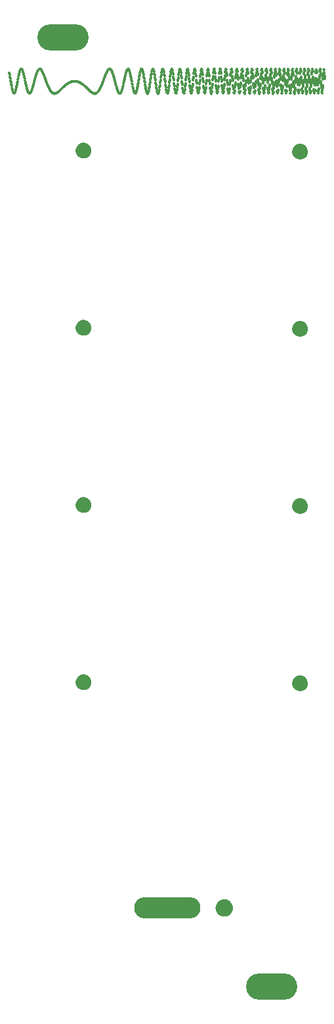
<source format=gts>
G04 Layer: TopSolderMaskLayer*
G04 EasyEDA v6.5.29, 2023-07-18 11:26:45*
G04 93ed5b14ed274c0ea8102e9f6fabb942,5a6b42c53f6a479593ecc07194224c93,10*
G04 Gerber Generator version 0.2*
G04 Scale: 100 percent, Rotated: No, Reflected: No *
G04 Dimensions in millimeters *
G04 leading zeros omitted , absolute positions ,4 integer and 5 decimal *
%FSLAX45Y45*%
%MOMM*%

%ADD10C,0.3556*%
%ADD11O,6.6032126X3.4031936000000003*%
%ADD12O,8.543188400000002X2.7631898*%

%LPD*%
G36*
X952601Y11214100D02*
G01*
X943508Y11213693D01*
X934466Y11212474D01*
X925576Y11210442D01*
X916889Y11207597D01*
X908507Y11204041D01*
X900480Y11199723D01*
X892860Y11194694D01*
X885748Y11189004D01*
X879144Y11182705D01*
X873150Y11175847D01*
X867816Y11168481D01*
X863142Y11160658D01*
X859180Y11152428D01*
X857453Y11148212D01*
X854659Y11139525D01*
X852627Y11130635D01*
X851408Y11121593D01*
X851001Y11112500D01*
X851408Y11103406D01*
X852627Y11094364D01*
X854659Y11085474D01*
X857453Y11076787D01*
X861060Y11068405D01*
X865378Y11060379D01*
X870407Y11052759D01*
X876096Y11045647D01*
X882396Y11039043D01*
X889253Y11033048D01*
X896619Y11027714D01*
X904443Y11023041D01*
X912672Y11019078D01*
X921207Y11015878D01*
X929995Y11013440D01*
X938936Y11011814D01*
X948029Y11011001D01*
X957173Y11011001D01*
X966216Y11011814D01*
X975207Y11013440D01*
X983996Y11015878D01*
X992530Y11019078D01*
X1000760Y11023041D01*
X1008583Y11027714D01*
X1015949Y11033048D01*
X1022807Y11039043D01*
X1029106Y11045647D01*
X1034796Y11052759D01*
X1039825Y11060379D01*
X1044143Y11068405D01*
X1047699Y11076787D01*
X1050544Y11085474D01*
X1052576Y11094364D01*
X1053795Y11103406D01*
X1054201Y11112500D01*
X1053795Y11121593D01*
X1052576Y11130635D01*
X1050544Y11139525D01*
X1047699Y11148212D01*
X1044143Y11156594D01*
X1039825Y11164620D01*
X1034796Y11172240D01*
X1029106Y11179352D01*
X1022807Y11185956D01*
X1015949Y11191951D01*
X1008583Y11197285D01*
X1000760Y11201958D01*
X992530Y11205921D01*
X983996Y11209121D01*
X975207Y11211560D01*
X966216Y11213185D01*
X957173Y11213998D01*
G37*
G36*
X3746601Y11201400D02*
G01*
X3737508Y11200993D01*
X3728465Y11199774D01*
X3719576Y11197742D01*
X3710889Y11194897D01*
X3702507Y11191341D01*
X3694480Y11187023D01*
X3686860Y11181994D01*
X3679748Y11176304D01*
X3673144Y11170005D01*
X3667150Y11163147D01*
X3661816Y11155781D01*
X3657142Y11147958D01*
X3653180Y11139728D01*
X3651453Y11135512D01*
X3648659Y11126825D01*
X3646627Y11117935D01*
X3645408Y11108893D01*
X3645001Y11099800D01*
X3645408Y11090706D01*
X3646627Y11081664D01*
X3648659Y11072774D01*
X3651453Y11064087D01*
X3655060Y11055705D01*
X3659378Y11047679D01*
X3664407Y11040059D01*
X3670096Y11032947D01*
X3676396Y11026343D01*
X3683254Y11020348D01*
X3690620Y11015014D01*
X3698443Y11010341D01*
X3706672Y11006378D01*
X3715207Y11003178D01*
X3723995Y11000740D01*
X3732936Y10999114D01*
X3742029Y10998301D01*
X3751173Y10998301D01*
X3760215Y10999114D01*
X3769207Y11000740D01*
X3777996Y11003178D01*
X3786530Y11006378D01*
X3794760Y11010341D01*
X3802583Y11015014D01*
X3809949Y11020348D01*
X3816807Y11026343D01*
X3823106Y11032947D01*
X3828796Y11040059D01*
X3833825Y11047679D01*
X3838143Y11055705D01*
X3841699Y11064087D01*
X3844544Y11072774D01*
X3846576Y11081664D01*
X3847795Y11090706D01*
X3848201Y11099800D01*
X3847795Y11108893D01*
X3846576Y11117935D01*
X3844544Y11126825D01*
X3841699Y11135512D01*
X3838143Y11143894D01*
X3833825Y11151920D01*
X3828796Y11159540D01*
X3823106Y11166652D01*
X3816807Y11173256D01*
X3809949Y11179251D01*
X3802583Y11184585D01*
X3794760Y11189258D01*
X3786530Y11193221D01*
X3777996Y11196421D01*
X3769207Y11198860D01*
X3760215Y11200485D01*
X3751173Y11201298D01*
G37*
G36*
X952601Y8928100D02*
G01*
X943508Y8927693D01*
X934466Y8926474D01*
X925576Y8924442D01*
X916889Y8921597D01*
X908507Y8918041D01*
X900480Y8913723D01*
X892860Y8908694D01*
X885748Y8903004D01*
X879144Y8896705D01*
X873150Y8889847D01*
X867816Y8882481D01*
X863142Y8874658D01*
X859180Y8866428D01*
X857453Y8862212D01*
X854659Y8853525D01*
X852627Y8844635D01*
X851408Y8835593D01*
X851001Y8826500D01*
X851408Y8817406D01*
X852627Y8808364D01*
X854659Y8799474D01*
X857453Y8790787D01*
X861060Y8782405D01*
X865378Y8774379D01*
X870407Y8766759D01*
X876096Y8759647D01*
X882396Y8753043D01*
X889253Y8747048D01*
X896619Y8741714D01*
X904443Y8737041D01*
X912672Y8733078D01*
X921207Y8729878D01*
X929995Y8727440D01*
X938936Y8725814D01*
X948029Y8725001D01*
X957173Y8725001D01*
X966216Y8725814D01*
X975207Y8727440D01*
X983996Y8729878D01*
X992530Y8733078D01*
X1000760Y8737041D01*
X1008583Y8741714D01*
X1015949Y8747048D01*
X1022807Y8753043D01*
X1029106Y8759647D01*
X1034796Y8766759D01*
X1039825Y8774379D01*
X1044143Y8782405D01*
X1047699Y8790787D01*
X1050544Y8799474D01*
X1052576Y8808364D01*
X1053795Y8817406D01*
X1054201Y8826500D01*
X1053795Y8835593D01*
X1052576Y8844635D01*
X1050544Y8853525D01*
X1047699Y8862212D01*
X1044143Y8870594D01*
X1039825Y8878620D01*
X1034796Y8886240D01*
X1029106Y8893352D01*
X1022807Y8899956D01*
X1015949Y8905951D01*
X1008583Y8911285D01*
X1000760Y8915958D01*
X992530Y8919921D01*
X983996Y8923121D01*
X975207Y8925560D01*
X966216Y8927185D01*
X957173Y8927998D01*
G37*
G36*
X3746601Y8915400D02*
G01*
X3737508Y8914993D01*
X3728465Y8913774D01*
X3719576Y8911742D01*
X3710889Y8908897D01*
X3702507Y8905341D01*
X3694480Y8901023D01*
X3686860Y8895994D01*
X3679748Y8890304D01*
X3673144Y8884005D01*
X3667150Y8877147D01*
X3661816Y8869781D01*
X3657142Y8861958D01*
X3653180Y8853728D01*
X3651453Y8849512D01*
X3648659Y8840825D01*
X3646627Y8831935D01*
X3645408Y8822893D01*
X3645001Y8813800D01*
X3645408Y8804706D01*
X3646627Y8795664D01*
X3648659Y8786774D01*
X3651453Y8778087D01*
X3655060Y8769705D01*
X3659378Y8761679D01*
X3664407Y8754059D01*
X3670096Y8746947D01*
X3676396Y8740343D01*
X3683254Y8734348D01*
X3690620Y8729014D01*
X3698443Y8724341D01*
X3706672Y8720378D01*
X3715207Y8717178D01*
X3723995Y8714740D01*
X3732936Y8713114D01*
X3742029Y8712301D01*
X3751173Y8712301D01*
X3760215Y8713114D01*
X3769207Y8714740D01*
X3777996Y8717178D01*
X3786530Y8720378D01*
X3794760Y8724341D01*
X3802583Y8729014D01*
X3809949Y8734348D01*
X3816807Y8740343D01*
X3823106Y8746947D01*
X3828796Y8754059D01*
X3833825Y8761679D01*
X3838143Y8769705D01*
X3841699Y8778087D01*
X3844544Y8786774D01*
X3846576Y8795664D01*
X3847795Y8804706D01*
X3848201Y8813800D01*
X3847795Y8822893D01*
X3846576Y8831935D01*
X3844544Y8840825D01*
X3841699Y8849512D01*
X3838143Y8857894D01*
X3833825Y8865920D01*
X3828796Y8873540D01*
X3823106Y8880652D01*
X3816807Y8887256D01*
X3809949Y8893251D01*
X3802583Y8898585D01*
X3794760Y8903258D01*
X3786530Y8907221D01*
X3777996Y8910421D01*
X3769207Y8912860D01*
X3760215Y8914485D01*
X3751173Y8915298D01*
G37*
G36*
X952601Y6642100D02*
G01*
X943508Y6641693D01*
X934466Y6640474D01*
X925576Y6638442D01*
X916889Y6635597D01*
X908507Y6632041D01*
X900480Y6627723D01*
X892860Y6622694D01*
X885748Y6617004D01*
X879144Y6610705D01*
X873150Y6603847D01*
X867816Y6596481D01*
X863142Y6588658D01*
X859180Y6580428D01*
X857453Y6576212D01*
X854659Y6567525D01*
X852627Y6558635D01*
X851408Y6549593D01*
X851001Y6540500D01*
X851408Y6531406D01*
X852627Y6522364D01*
X854659Y6513474D01*
X857453Y6504787D01*
X861060Y6496405D01*
X865378Y6488379D01*
X870407Y6480759D01*
X876096Y6473647D01*
X882396Y6467043D01*
X889253Y6461048D01*
X896619Y6455714D01*
X904443Y6451041D01*
X912672Y6447078D01*
X921207Y6443878D01*
X929995Y6441440D01*
X938936Y6439814D01*
X948029Y6439001D01*
X957173Y6439001D01*
X966216Y6439814D01*
X975207Y6441440D01*
X983996Y6443878D01*
X992530Y6447078D01*
X1000760Y6451041D01*
X1008583Y6455714D01*
X1015949Y6461048D01*
X1022807Y6467043D01*
X1029106Y6473647D01*
X1034796Y6480759D01*
X1039825Y6488379D01*
X1044143Y6496405D01*
X1047699Y6504787D01*
X1050544Y6513474D01*
X1052576Y6522364D01*
X1053795Y6531406D01*
X1054201Y6540500D01*
X1053795Y6549593D01*
X1052576Y6558635D01*
X1050544Y6567525D01*
X1047699Y6576212D01*
X1044143Y6584594D01*
X1039825Y6592620D01*
X1034796Y6600240D01*
X1029106Y6607352D01*
X1022807Y6613956D01*
X1015949Y6619951D01*
X1008583Y6625285D01*
X1000760Y6629958D01*
X992530Y6633921D01*
X983996Y6637121D01*
X975207Y6639559D01*
X966216Y6641185D01*
X957173Y6641998D01*
G37*
G36*
X3746601Y6629400D02*
G01*
X3737508Y6628993D01*
X3728465Y6627774D01*
X3719576Y6625742D01*
X3710889Y6622897D01*
X3702507Y6619341D01*
X3694480Y6615023D01*
X3686860Y6609994D01*
X3679748Y6604304D01*
X3673144Y6598005D01*
X3667150Y6591147D01*
X3661816Y6583781D01*
X3657142Y6575958D01*
X3653180Y6567728D01*
X3651453Y6563512D01*
X3648659Y6554825D01*
X3646627Y6545935D01*
X3645408Y6536893D01*
X3645001Y6527800D01*
X3645408Y6518706D01*
X3646627Y6509664D01*
X3648659Y6500774D01*
X3651453Y6492087D01*
X3655060Y6483705D01*
X3659378Y6475679D01*
X3664407Y6468059D01*
X3670096Y6460947D01*
X3676396Y6454343D01*
X3683254Y6448348D01*
X3690620Y6443014D01*
X3698443Y6438341D01*
X3706672Y6434378D01*
X3715207Y6431178D01*
X3723995Y6428740D01*
X3732936Y6427114D01*
X3742029Y6426301D01*
X3751173Y6426301D01*
X3760215Y6427114D01*
X3769207Y6428740D01*
X3777996Y6431178D01*
X3786530Y6434378D01*
X3794760Y6438341D01*
X3802583Y6443014D01*
X3809949Y6448348D01*
X3816807Y6454343D01*
X3823106Y6460947D01*
X3828796Y6468059D01*
X3833825Y6475679D01*
X3838143Y6483705D01*
X3841699Y6492087D01*
X3844544Y6500774D01*
X3846576Y6509664D01*
X3847795Y6518706D01*
X3848201Y6527800D01*
X3847795Y6536893D01*
X3846576Y6545935D01*
X3844544Y6554825D01*
X3841699Y6563512D01*
X3838143Y6571894D01*
X3833825Y6579920D01*
X3828796Y6587540D01*
X3823106Y6594652D01*
X3816807Y6601256D01*
X3809949Y6607251D01*
X3802583Y6612585D01*
X3794760Y6617258D01*
X3786530Y6621221D01*
X3777996Y6624421D01*
X3769207Y6626859D01*
X3760215Y6628485D01*
X3751173Y6629298D01*
G37*
G36*
X952601Y4356100D02*
G01*
X943508Y4355693D01*
X934466Y4354474D01*
X925576Y4352442D01*
X916889Y4349597D01*
X908507Y4346041D01*
X900480Y4341723D01*
X892860Y4336694D01*
X885748Y4331004D01*
X879144Y4324705D01*
X873150Y4317847D01*
X867816Y4310481D01*
X863142Y4302658D01*
X859180Y4294428D01*
X857453Y4290212D01*
X854659Y4281525D01*
X852627Y4272635D01*
X851408Y4263593D01*
X851001Y4254500D01*
X851408Y4245406D01*
X852627Y4236364D01*
X854659Y4227474D01*
X857453Y4218787D01*
X861060Y4210405D01*
X865378Y4202379D01*
X870407Y4194759D01*
X876096Y4187647D01*
X882396Y4181043D01*
X889253Y4175048D01*
X896619Y4169714D01*
X904443Y4165041D01*
X912672Y4161078D01*
X921207Y4157878D01*
X929995Y4155440D01*
X938936Y4153814D01*
X948029Y4153001D01*
X957173Y4153001D01*
X966216Y4153814D01*
X975207Y4155440D01*
X983996Y4157878D01*
X992530Y4161078D01*
X1000760Y4165041D01*
X1008583Y4169714D01*
X1015949Y4175048D01*
X1022807Y4181043D01*
X1029106Y4187647D01*
X1034796Y4194759D01*
X1039825Y4202379D01*
X1044143Y4210405D01*
X1047699Y4218787D01*
X1050544Y4227474D01*
X1052576Y4236364D01*
X1053795Y4245406D01*
X1054201Y4254500D01*
X1053795Y4263593D01*
X1052576Y4272635D01*
X1050544Y4281525D01*
X1047699Y4290212D01*
X1044143Y4298594D01*
X1039825Y4306620D01*
X1034796Y4314240D01*
X1029106Y4321352D01*
X1022807Y4327956D01*
X1015949Y4333951D01*
X1008583Y4339285D01*
X1000760Y4343958D01*
X992530Y4347921D01*
X983996Y4351121D01*
X975207Y4353560D01*
X966216Y4355185D01*
X957173Y4355998D01*
G37*
G36*
X3746601Y4343400D02*
G01*
X3737508Y4342993D01*
X3728465Y4341774D01*
X3719576Y4339742D01*
X3710889Y4336897D01*
X3702507Y4333341D01*
X3694480Y4329023D01*
X3686860Y4323994D01*
X3679748Y4318304D01*
X3673144Y4312005D01*
X3667150Y4305147D01*
X3661816Y4297781D01*
X3657142Y4289958D01*
X3653180Y4281728D01*
X3651453Y4277512D01*
X3648659Y4268825D01*
X3646627Y4259935D01*
X3645408Y4250893D01*
X3645001Y4241800D01*
X3645408Y4232706D01*
X3646627Y4223664D01*
X3648659Y4214774D01*
X3651453Y4206087D01*
X3655060Y4197705D01*
X3659378Y4189679D01*
X3664407Y4182059D01*
X3670096Y4174947D01*
X3676396Y4168343D01*
X3683254Y4162348D01*
X3690620Y4157014D01*
X3698443Y4152341D01*
X3706672Y4148378D01*
X3715207Y4145178D01*
X3723995Y4142740D01*
X3732936Y4141114D01*
X3742029Y4140301D01*
X3751173Y4140301D01*
X3760215Y4141114D01*
X3769207Y4142740D01*
X3777996Y4145178D01*
X3786530Y4148378D01*
X3794760Y4152341D01*
X3802583Y4157014D01*
X3809949Y4162348D01*
X3816807Y4168343D01*
X3823106Y4174947D01*
X3828796Y4182059D01*
X3833825Y4189679D01*
X3838143Y4197705D01*
X3841699Y4206087D01*
X3844544Y4214774D01*
X3846576Y4223664D01*
X3847795Y4232706D01*
X3848201Y4241800D01*
X3847795Y4250893D01*
X3846576Y4259935D01*
X3844544Y4268825D01*
X3841699Y4277512D01*
X3838143Y4285894D01*
X3833825Y4293920D01*
X3828796Y4301540D01*
X3823106Y4308652D01*
X3816807Y4315256D01*
X3809949Y4321251D01*
X3802583Y4326585D01*
X3794760Y4331258D01*
X3786530Y4335221D01*
X3777996Y4338421D01*
X3769207Y4340860D01*
X3760215Y4342485D01*
X3751173Y4343298D01*
G37*
G36*
X2768600Y1457299D02*
G01*
X2758897Y1456893D01*
X2754071Y1456385D01*
X2744520Y1454708D01*
X2735173Y1452219D01*
X2726029Y1448968D01*
X2717241Y1444904D01*
X2708808Y1440129D01*
X2700782Y1434642D01*
X2693314Y1428445D01*
X2686405Y1421688D01*
X2680055Y1414322D01*
X2674416Y1406448D01*
X2669438Y1398117D01*
X2665171Y1389380D01*
X2661716Y1380337D01*
X2659024Y1371041D01*
X2657195Y1361490D01*
X2656535Y1356715D01*
X2655925Y1347012D01*
X2656128Y1337310D01*
X2656535Y1332484D01*
X2658008Y1322933D01*
X2659024Y1318158D01*
X2661716Y1308862D01*
X2665171Y1299819D01*
X2669438Y1291082D01*
X2674416Y1282750D01*
X2680055Y1274876D01*
X2686405Y1267510D01*
X2693314Y1260754D01*
X2700782Y1254556D01*
X2708808Y1249070D01*
X2717241Y1244295D01*
X2726029Y1240231D01*
X2735173Y1236980D01*
X2744520Y1234490D01*
X2754071Y1232814D01*
X2763774Y1232001D01*
X2773476Y1232001D01*
X2783128Y1232814D01*
X2792679Y1234490D01*
X2802026Y1236980D01*
X2811170Y1240231D01*
X2820009Y1244295D01*
X2828442Y1249070D01*
X2836418Y1254556D01*
X2843885Y1260754D01*
X2850845Y1267510D01*
X2857144Y1274876D01*
X2862834Y1282750D01*
X2867761Y1291082D01*
X2872028Y1299819D01*
X2875483Y1308862D01*
X2878175Y1318158D01*
X2880004Y1327708D01*
X2880664Y1332484D01*
X2881274Y1342186D01*
X2881071Y1351889D01*
X2880664Y1356715D01*
X2879191Y1366266D01*
X2878175Y1371041D01*
X2875483Y1380337D01*
X2872028Y1389380D01*
X2867761Y1398117D01*
X2862834Y1406448D01*
X2857144Y1414322D01*
X2850845Y1421688D01*
X2843885Y1428445D01*
X2836418Y1434642D01*
X2828442Y1440129D01*
X2820009Y1444904D01*
X2811170Y1448968D01*
X2802026Y1452219D01*
X2792679Y1454708D01*
X2783128Y1456385D01*
X2773476Y1457198D01*
G37*
D10*
X-4229Y12109815D02*
G01*
X4234Y12088850D01*
X4234Y12065848D02*
G01*
X12705Y12041286D01*
X12705Y12016003D02*
G01*
X21170Y11990481D01*
X21170Y11965559D02*
G01*
X29634Y11941683D01*
X29634Y11919612D02*
G01*
X38105Y11899706D01*
X38105Y11882561D02*
G01*
X46570Y11868434D01*
X46570Y11857720D02*
G01*
X55034Y11850545D01*
X55034Y11847065D02*
G01*
X63505Y11847296D01*
X63505Y11851159D02*
G01*
X71970Y11858531D01*
X71970Y11869160D02*
G01*
X80434Y11882798D01*
X80434Y11899038D02*
G01*
X88905Y11917547D01*
X88905Y11937814D02*
G01*
X97370Y11959450D01*
X97370Y11981903D02*
G01*
X105834Y12004756D01*
X105834Y12027463D02*
G01*
X114305Y12049615D01*
X114305Y12070735D02*
G01*
X122770Y12090450D01*
X122770Y12108365D02*
G01*
X131234Y12124176D01*
X131234Y12137603D02*
G01*
X139705Y12148444D01*
X139705Y12156523D02*
G01*
X148170Y12161756D01*
X148170Y12164082D02*
G01*
X156634Y12163511D01*
X156634Y12160120D02*
G01*
X165105Y12154011D01*
X165105Y12145335D02*
G01*
X173570Y12134303D01*
X173570Y12121134D02*
G01*
X182034Y12106107D01*
X182034Y12089488D02*
G01*
X190505Y12071611D01*
X190505Y12052752D02*
G01*
X198970Y12033288D01*
X198970Y12013473D02*
G01*
X207434Y11993699D01*
X207434Y11974202D02*
G01*
X215905Y11955338D01*
X215905Y11937324D02*
G01*
X224370Y11920463D01*
X224370Y11904929D02*
G01*
X232834Y11890976D01*
X232834Y11878716D02*
G01*
X241305Y11868335D01*
X241305Y11859902D02*
G01*
X249770Y11853534D01*
X249770Y11849229D02*
G01*
X258234Y11847034D01*
X258234Y11846918D02*
G01*
X266705Y11848838D01*
X266705Y11852739D02*
G01*
X275170Y11858500D01*
X275170Y11866059D02*
G01*
X283634Y11875218D01*
X283634Y11885896D02*
G01*
X292105Y11897865D01*
X292105Y11911037D02*
G01*
X300570Y11925132D01*
X300570Y11940082D02*
G01*
X309034Y11955574D01*
X309034Y11971553D02*
G01*
X317505Y11987702D01*
X317505Y12003986D02*
G01*
X325970Y12020077D01*
X325970Y12035965D02*
G01*
X334434Y12051339D01*
X334434Y12066209D02*
G01*
X342905Y12080298D01*
X342905Y12093618D02*
G01*
X351370Y12105927D01*
X351370Y12117275D02*
G01*
X359834Y12127445D01*
X359834Y12136493D02*
G01*
X368305Y12144263D01*
X368305Y12150818D02*
G01*
X376770Y12156038D01*
X376770Y12159995D02*
G01*
X385234Y12162637D01*
X385234Y12164001D02*
G01*
X393705Y12164108D01*
X393705Y12162977D02*
G01*
X402170Y12160676D01*
X402170Y12157229D02*
G01*
X410634Y12152734D01*
X410634Y12147189D02*
G01*
X419105Y12140752D01*
X419105Y12133399D02*
G01*
X427570Y12125312D01*
X427570Y12116457D02*
G01*
X436034Y12107037D01*
X436034Y12096998D02*
G01*
X444505Y12086579D01*
X444505Y12075685D02*
G01*
X452970Y12064583D01*
X452970Y12053161D02*
G01*
X461434Y12041690D01*
X461434Y12030044D02*
G01*
X469905Y12018497D01*
X469905Y12006894D02*
G01*
X478370Y11995533D01*
X478370Y11984248D02*
G01*
X486834Y11973303D01*
X486834Y11962531D02*
G01*
X495305Y11952206D01*
X495305Y11942142D02*
G01*
X503770Y11932592D01*
X503770Y11923377D02*
G01*
X512234Y11914733D01*
X512234Y11906478D02*
G01*
X520705Y11898828D01*
X520705Y11891609D02*
G01*
X529170Y11885010D01*
X529170Y11878878D02*
G01*
X537634Y11873364D01*
X537634Y11868335D02*
G01*
X546105Y11863908D01*
X546105Y11859963D02*
G01*
X554570Y11856603D01*
X554570Y11853720D02*
G01*
X563034Y11851388D01*
X563034Y11849521D02*
G01*
X571505Y11848157D01*
X571505Y11847245D02*
G01*
X579970Y11846780D01*
X579970Y11846750D02*
G01*
X588434Y11847116D01*
X588434Y11847878D02*
G01*
X596905Y11848993D01*
X596905Y11850471D02*
G01*
X605370Y11852236D01*
X605370Y11854340D02*
G01*
X613834Y11856676D01*
X613834Y11859313D02*
G01*
X622305Y11862140D01*
X622305Y11865229D02*
G01*
X630770Y11868447D01*
X630770Y11871901D02*
G01*
X639234Y11875442D01*
X639234Y11879181D02*
G01*
X647705Y11882958D01*
X647705Y11886920D02*
G01*
X656170Y11890865D01*
X656170Y11894969D02*
G01*
X664641Y11899026D01*
X664641Y11903212D02*
G01*
X673100Y11907309D01*
X673100Y11911520D02*
G01*
X681570Y11915620D01*
X681570Y11919805D02*
G01*
X690041Y11923854D01*
X690041Y11927972D02*
G01*
X698500Y11931929D01*
X698500Y11935940D02*
G01*
X706970Y11939772D01*
X706970Y11943648D02*
G01*
X715441Y11947319D01*
X715441Y11951035D02*
G01*
X723900Y11954525D01*
X723900Y11958048D02*
G01*
X732370Y11961340D01*
X732370Y11964652D02*
G01*
X740841Y11967728D01*
X740841Y11970816D02*
G01*
X749300Y11973669D01*
X749300Y11976521D02*
G01*
X757770Y11979125D01*
X757770Y11981736D02*
G01*
X766241Y11984093D01*
X766241Y11986455D02*
G01*
X774700Y11988563D01*
X774700Y11990666D02*
G01*
X783170Y11992513D01*
X783170Y11994362D02*
G01*
X791641Y11995942D01*
X791641Y11997524D02*
G01*
X800100Y11998853D01*
X800100Y12000174D02*
G01*
X808570Y12001233D01*
X808570Y12002287D02*
G01*
X817041Y12003082D01*
X817041Y12003874D02*
G01*
X825500Y12004403D01*
X825500Y12004936D02*
G01*
X833970Y12005195D01*
X833970Y12005462D02*
G01*
X842441Y12005462D01*
X842441Y12005462D02*
G01*
X850900Y12005195D01*
X850900Y12004936D02*
G01*
X859370Y12004403D01*
X859370Y12003874D02*
G01*
X867841Y12003082D01*
X867841Y12002287D02*
G01*
X876300Y12001233D01*
X876300Y12000174D02*
G01*
X884770Y11998853D01*
X884770Y11997524D02*
G01*
X893241Y11995942D01*
X893241Y11994362D02*
G01*
X901700Y11992513D01*
X901700Y11990666D02*
G01*
X910170Y11988563D01*
X910170Y11986455D02*
G01*
X918641Y11984093D01*
X918641Y11981743D02*
G01*
X927100Y11979125D01*
X927100Y11976521D02*
G01*
X935570Y11973669D01*
X935570Y11970821D02*
G01*
X944041Y11967728D01*
X944041Y11964652D02*
G01*
X952500Y11961340D01*
X952500Y11958048D02*
G01*
X960970Y11954525D01*
X960970Y11951035D02*
G01*
X969441Y11947319D01*
X969441Y11943648D02*
G01*
X977900Y11939772D01*
X977900Y11935947D02*
G01*
X986370Y11931929D01*
X986370Y11927972D02*
G01*
X994841Y11923854D01*
X994841Y11919805D02*
G01*
X1003300Y11915620D01*
X1003300Y11911520D02*
G01*
X1011770Y11907309D01*
X1011770Y11903212D02*
G01*
X1020241Y11899026D01*
X1020241Y11894969D02*
G01*
X1028700Y11890865D01*
X1028700Y11886920D02*
G01*
X1037170Y11882958D01*
X1037170Y11879181D02*
G01*
X1045641Y11875442D01*
X1045641Y11871901D02*
G01*
X1054100Y11868447D01*
X1054100Y11865229D02*
G01*
X1062570Y11862140D01*
X1062570Y11859318D02*
G01*
X1071041Y11856676D01*
X1071041Y11854340D02*
G01*
X1079500Y11852236D01*
X1079500Y11850471D02*
G01*
X1087970Y11848993D01*
X1087970Y11847878D02*
G01*
X1096441Y11847116D01*
X1096441Y11846750D02*
G01*
X1104900Y11846780D01*
X1104900Y11847245D02*
G01*
X1113370Y11848157D01*
X1113370Y11849521D02*
G01*
X1121841Y11851388D01*
X1121841Y11853720D02*
G01*
X1130300Y11856603D01*
X1130300Y11859958D02*
G01*
X1138770Y11863908D01*
X1138770Y11868330D02*
G01*
X1147241Y11873364D01*
X1147241Y11878871D02*
G01*
X1155700Y11885010D01*
X1155700Y11891601D02*
G01*
X1164170Y11898828D01*
X1164170Y11906465D02*
G01*
X1172641Y11914733D01*
X1172641Y11923364D02*
G01*
X1181100Y11932592D01*
X1181100Y11942130D02*
G01*
X1189570Y11952206D01*
X1189570Y11962513D02*
G01*
X1198041Y11973303D01*
X1198041Y11984230D02*
G01*
X1206500Y11995533D01*
X1206500Y12006877D02*
G01*
X1214970Y12018497D01*
X1214970Y12030019D02*
G01*
X1223441Y12041690D01*
X1223441Y12053138D02*
G01*
X1231900Y12064583D01*
X1231900Y12075665D02*
G01*
X1240370Y12086579D01*
X1240370Y12096973D02*
G01*
X1248841Y12107037D01*
X1248841Y12116432D02*
G01*
X1257300Y12125312D01*
X1257300Y12133379D02*
G01*
X1265770Y12140752D01*
X1265770Y12147179D02*
G01*
X1274241Y12152734D01*
X1274241Y12157217D02*
G01*
X1282700Y12160676D01*
X1282700Y12162972D02*
G01*
X1291170Y12164108D01*
X1291170Y12164001D02*
G01*
X1299641Y12162637D01*
X1299641Y12160008D02*
G01*
X1308100Y12156038D01*
X1308100Y12150836D02*
G01*
X1316570Y12144263D01*
X1316570Y12136518D02*
G01*
X1325041Y12127445D01*
X1325041Y12117306D02*
G01*
X1333500Y12105927D01*
X1333500Y12093661D02*
G01*
X1341970Y12080298D01*
X1341970Y12066259D02*
G01*
X1350441Y12051339D01*
X1350441Y12036016D02*
G01*
X1358900Y12020077D01*
X1358900Y12004042D02*
G01*
X1367370Y11987702D01*
X1367370Y11971616D02*
G01*
X1375841Y11955574D01*
X1375841Y11940138D02*
G01*
X1384300Y11925132D01*
X1384300Y11911093D02*
G01*
X1392770Y11897865D01*
X1392770Y11885947D02*
G01*
X1401241Y11875218D01*
X1401241Y11866090D02*
G01*
X1409700Y11858500D01*
X1409700Y11852757D02*
G01*
X1418170Y11848838D01*
X1418170Y11846923D02*
G01*
X1426641Y11847034D01*
X1426641Y11849211D02*
G01*
X1435100Y11853534D01*
X1435100Y11859872D02*
G01*
X1443570Y11868335D01*
X1443570Y11878660D02*
G01*
X1452041Y11890976D01*
X1452041Y11904855D02*
G01*
X1460500Y11920463D01*
X1460500Y11937237D02*
G01*
X1468970Y11955338D01*
X1468970Y11974103D02*
G01*
X1477441Y11993699D01*
X1477441Y12013369D02*
G01*
X1485900Y12033288D01*
X1485900Y12052653D02*
G01*
X1494370Y12071611D01*
X1494370Y12089389D02*
G01*
X1502841Y12106107D01*
X1502841Y12121052D02*
G01*
X1511300Y12134303D01*
X1511300Y12145274D02*
G01*
X1519770Y12154011D01*
X1519770Y12160095D02*
G01*
X1528241Y12163511D01*
X1528241Y12164087D02*
G01*
X1536700Y12161756D01*
X1536700Y12156567D02*
G01*
X1545170Y12148444D01*
X1545170Y12137684D02*
G01*
X1553641Y12124176D01*
X1553641Y12108477D02*
G01*
X1562100Y12090450D01*
X1562100Y12070877D02*
G01*
X1570570Y12049615D01*
X1570570Y12027618D02*
G01*
X1579041Y12004756D01*
X1579041Y11982066D02*
G01*
X1587500Y11959450D01*
X1587500Y11937969D02*
G01*
X1595970Y11917547D01*
X1595970Y11899168D02*
G01*
X1604441Y11882798D01*
X1604441Y11869254D02*
G01*
X1612900Y11858531D01*
X1612900Y11851203D02*
G01*
X1621370Y11847296D01*
X1621370Y11847052D02*
G01*
X1629841Y11850545D01*
X1629841Y11857644D02*
G01*
X1638300Y11868434D01*
X1638300Y11882432D02*
G01*
X1646770Y11899706D01*
X1646770Y11919427D02*
G01*
X1655241Y11941683D01*
X1655241Y11965348D02*
G01*
X1663700Y11990481D01*
X1663700Y12015774D02*
G01*
X1672170Y12041286D01*
X1672170Y12065632D02*
G01*
X1680641Y12088850D01*
X1680641Y12109635D02*
G01*
X1689100Y12127984D01*
X1689100Y12142848D02*
G01*
X1697570Y12154184D01*
X1697570Y12161316D02*
G01*
X1706041Y12164174D01*
X1706041Y12162538D02*
G01*
X1714500Y12156343D01*
X1714500Y12145881D02*
G01*
X1722970Y12131093D01*
X1722970Y12112774D02*
G01*
X1731441Y12090890D01*
X1731441Y12066681D02*
G01*
X1739900Y12040133D01*
X1739900Y12012805D02*
G01*
X1748370Y11984708D01*
X1748370Y11957545D02*
G01*
X1756841Y11931365D01*
X1756841Y11907794D02*
G01*
X1765300Y11886890D01*
X1765300Y11870021D02*
G01*
X1773770Y11857253D01*
X1773770Y11849460D02*
G01*
X1782241Y11846712D01*
X1782241Y11849260D02*
G01*
X1790700Y11857179D01*
X1790700Y11870004D02*
G01*
X1799170Y11887776D01*
X1799170Y11909374D02*
G01*
X1807641Y11934812D01*
X1807641Y11962401D02*
G01*
X1816100Y11992112D01*
X1816100Y12021931D02*
G01*
X1824570Y12051779D01*
X1824570Y12079584D02*
G01*
X1833041Y12105225D01*
X1833041Y12126882D02*
G01*
X1841500Y12144430D01*
X1841500Y12156559D02*
G01*
X1849970Y12163170D01*
X1849970Y12163709D02*
G01*
X1858441Y12158103D01*
X1858441Y12146681D02*
G01*
X1866900Y12129437D01*
X1866900Y12107557D02*
G01*
X1875370Y12081103D01*
X1875370Y12052007D02*
G01*
X1883841Y12020356D01*
X1883841Y11988558D02*
G01*
X1892300Y11956745D01*
X1892300Y11927395D02*
G01*
X1900770Y11900674D01*
X1900770Y11878703D02*
G01*
X1909241Y11861670D01*
X1909241Y11850971D02*
G01*
X1917700Y11846750D01*
X1917700Y11849417D02*
G01*
X1926170Y11859028D01*
X1926170Y11874883D02*
G01*
X1934641Y11896961D01*
X1934641Y11923501D02*
G01*
X1943100Y11954395D01*
X1943100Y11987095D02*
G01*
X1951570Y12021411D01*
X1951570Y12054459D02*
G01*
X1960041Y12085985D01*
X1960041Y12113282D02*
G01*
X1968500Y12136097D01*
X1968500Y12152406D02*
G01*
X1976970Y12162010D01*
X1976970Y12164001D02*
G01*
X1985441Y12158284D01*
X1985441Y12145269D02*
G01*
X1993900Y12124997D01*
X1993900Y12099211D02*
G01*
X2002370Y12068063D01*
X2002370Y12034354D02*
G01*
X2010841Y11998325D01*
X2010841Y11963288D02*
G01*
X2019300Y11929567D01*
X2019300Y11900321D02*
G01*
X2027770Y11875863D01*
X2027770Y11858556D02*
G01*
X2036241Y11848635D01*
X2036241Y11847134D02*
G01*
X2044700Y11854141D01*
X2044700Y11869066D02*
G01*
X2053170Y11891850D01*
X2053170Y11920326D02*
G01*
X2061641Y11954271D01*
X2061641Y11990362D02*
G01*
X2070100Y12028251D01*
X2070100Y12064144D02*
G01*
X2078570Y12097649D01*
X2078570Y12125325D02*
G01*
X2087041Y12146818D01*
X2087041Y12159853D02*
G01*
X2095500Y12164207D01*
X2095500Y12159338D02*
G01*
X2103970Y12145218D01*
X2103970Y12123242D02*
G01*
X2112441Y12093587D01*
X2112441Y12059351D02*
G01*
X2120900Y12020890D01*
X2120900Y11982307D02*
G01*
X2129370Y11944083D01*
X2129370Y11910380D02*
G01*
X2137841Y11881662D01*
X2137841Y11861142D02*
G01*
X2146300Y11849155D01*
X2146300Y11847128D02*
G01*
X2154770Y11855170D01*
X2154770Y11872465D02*
G01*
X2163241Y11898876D01*
X2163241Y11931464D02*
G01*
X2171700Y11969849D01*
X2171700Y12009661D02*
G01*
X2180170Y12050364D01*
X2180170Y12087212D02*
G01*
X2188641Y12119663D01*
X2188641Y12143836D02*
G01*
X2197100Y12159325D01*
X2197100Y12164207D02*
G01*
X2205570Y12158309D01*
X2205570Y12142254D02*
G01*
X2214041Y12116178D01*
X2214041Y12083188D02*
G01*
X2222500Y12043704D01*
X2222500Y12002554D02*
G01*
X2230970Y11960331D01*
X2230970Y11922292D02*
G01*
X2239441Y11889071D01*
X2239441Y11864893D02*
G01*
X2247900Y11850204D01*
X2247900Y11846961D02*
G01*
X2256370Y11855312D01*
X2256370Y11874289D02*
G01*
X2264841Y11903664D01*
X2264841Y11939699D02*
G01*
X2273300Y11981873D01*
X2273300Y12024680D02*
G01*
X2281770Y12067418D01*
X2281770Y12104403D02*
G01*
X2290241Y12134961D01*
X2290241Y12154949D02*
G01*
X2298700Y12163920D01*
X2298700Y12160577D02*
G01*
X2307170Y12144877D01*
X2307170Y12118868D02*
G01*
X2315641Y12082934D01*
X2315641Y12041962D02*
G01*
X2324100Y11996643D01*
X2324100Y11953293D02*
G01*
X2332570Y11912706D01*
X2332570Y11880644D02*
G01*
X2341041Y11857763D01*
X2341041Y11847400D02*
G01*
X2349500Y11849849D01*
X2349500Y11864863D02*
G01*
X2357970Y11892241D01*
X2357970Y11928109D02*
G01*
X2366441Y11971832D01*
X2366441Y12017052D02*
G01*
X2374900Y12062896D01*
X2374900Y12102566D02*
G01*
X2383370Y12135220D01*
X2383370Y12155926D02*
G01*
X2391841Y12164169D01*
X2391841Y12158606D02*
G01*
X2400300Y12139241D01*
X2400300Y12108942D02*
G01*
X2408770Y12068235D01*
X2408770Y12023333D02*
G01*
X2417241Y11975132D01*
X2417241Y11931116D02*
G01*
X2425700Y11892241D01*
X2425700Y11864665D02*
G01*
X2434170Y11849056D01*
X2434170Y11847972D02*
G01*
X2442641Y11861551D01*
X2442641Y11887728D02*
G01*
X2451100Y11926013D01*
X2451100Y11970308D02*
G01*
X2459570Y12019681D01*
X2459570Y12066104D02*
G01*
X2468041Y12108520D01*
X2468041Y12139909D02*
G01*
X2476500Y12159493D01*
X2476500Y12163920D02*
G01*
X2484970Y12152988D01*
X2484970Y12128418D02*
G01*
X2493441Y12090679D01*
X2493441Y12046079D02*
G01*
X2501900Y11995602D01*
X2501900Y11947842D02*
G01*
X2510370Y11903930D01*
X2510370Y11871479D02*
G01*
X2518841Y11851345D01*
X2518841Y11847103D02*
G01*
X2527300Y11858972D01*
X2527300Y11884980D02*
G01*
X2535770Y11924593D01*
X2535770Y11970877D02*
G01*
X2544241Y12022757D01*
X2544241Y12070984D02*
G01*
X2552700Y12114342D01*
X2552700Y12144982D02*
G01*
X2561170Y12162048D01*
X2561170Y12162345D02*
G01*
X2569641Y12145746D01*
X2569641Y12115198D02*
G01*
X2578100Y12071380D01*
X2578100Y12022310D02*
G01*
X2586570Y11969229D01*
X2586570Y11922013D02*
G01*
X2595041Y11881934D01*
X2595041Y11856585D02*
G01*
X2603500Y11846730D01*
X2603500Y11854334D02*
G01*
X2611970Y11879323D01*
X2611970Y11917009D02*
G01*
X2620441Y11966481D01*
X2620441Y12018243D02*
G01*
X2628900Y12070928D01*
X2628900Y12114263D02*
G01*
X2637370Y12147021D01*
X2637370Y12162693D02*
G01*
X2645841Y12160745D01*
X2645841Y12141454D02*
G01*
X2654300Y12105225D01*
X2654300Y12059213D02*
G01*
X2662770Y12004624D01*
X2662770Y11952411D02*
G01*
X2671241Y11904042D01*
X2671241Y11869376D02*
G01*
X2679700Y11849483D01*
X2679700Y11848518D02*
G01*
X2688170Y11866636D01*
X2688170Y11900204D02*
G01*
X2696641Y11948363D01*
X2696641Y12001164D02*
G01*
X2705100Y12057118D01*
X2705100Y12104489D02*
G01*
X2713570Y12141857D01*
X2713570Y12161248D02*
G01*
X2722041Y12161979D01*
X2722041Y12143785D02*
G01*
X2730500Y12107092D01*
X2730500Y12059686D02*
G01*
X2738970Y12002902D01*
X2738970Y11949000D02*
G01*
X2747441Y11899607D01*
X2747441Y11865546D02*
G01*
X2755900Y11847934D01*
X2755900Y11850743D02*
G01*
X2764370Y11874022D01*
X2764370Y11912699D02*
G01*
X2772841Y11965706D01*
X2772841Y12021251D02*
G01*
X2781300Y12077656D01*
X2781300Y12122200D02*
G01*
X2789770Y12153435D01*
X2789770Y12164194D02*
G01*
X2798241Y12154016D01*
X2798241Y12125119D02*
G01*
X2806700Y12078294D01*
X2806700Y12024253D02*
G01*
X2815170Y11964652D01*
X2815170Y11913313D02*
G01*
X2823641Y11871919D01*
X2823641Y11850222D02*
G01*
X2832100Y11849031D01*
X2832100Y11868726D02*
G01*
X2840570Y11908805D01*
X2840570Y11959846D02*
G01*
X2849041Y12020257D01*
X2849041Y12075629D02*
G01*
X2857500Y12124115D01*
X2857500Y12153986D02*
G01*
X2865970Y12164156D01*
X2865970Y12152045D02*
G01*
X2874441Y12117938D01*
X2874441Y12070059D02*
G01*
X2882900Y12009927D01*
X2882900Y11952305D02*
G01*
X2891370Y11899130D01*
X2891370Y11863641D02*
G01*
X2899841Y11847121D01*
X2899841Y11853806D02*
G01*
X2908300Y11883598D01*
X2908300Y11929107D02*
G01*
X2916770Y11988868D01*
X2916770Y12047791D02*
G01*
X2925241Y12103856D01*
X2925241Y12142718D02*
G01*
X2933700Y12162947D01*
X2933700Y12159239D02*
G01*
X2942170Y12131593D01*
X2942170Y12087064D02*
G01*
X2950641Y12027093D01*
X2950641Y11967268D02*
G01*
X2959100Y11909686D01*
X2959100Y11869483D02*
G01*
X2967570Y11848175D01*
X2967570Y11851492D02*
G01*
X2976041Y11879460D01*
X2976041Y11924723D02*
G01*
X2984500Y11985779D01*
X2984500Y12046320D02*
G01*
X2992970Y12104184D01*
X2992970Y12143712D02*
G01*
X3001441Y12163394D01*
X3001441Y12157788D02*
G01*
X3009900Y12126950D01*
X3009900Y12079218D02*
G01*
X3018370Y12016221D01*
X3018370Y11955277D02*
G01*
X3026841Y11898591D01*
X3026841Y11861942D02*
G01*
X3035300Y11846755D01*
X3035300Y11857385D02*
G01*
X3043770Y11893575D01*
X3043770Y11945249D02*
G01*
X3052241Y12010603D01*
X3052241Y12071164D02*
G01*
X3060700Y12124692D01*
X3060700Y12155871D02*
G01*
X3069170Y12163437D01*
X3069170Y12145119D02*
G01*
X3077641Y12101451D01*
X3077641Y12044951D02*
G01*
X3086100Y11977657D01*
X3086100Y11919104D02*
G01*
X3094570Y11871523D01*
X3094570Y11848901D02*
G01*
X3103041Y11852219D01*
X3103041Y11880601D02*
G01*
X3111500Y11933113D01*
X3111500Y11994276D02*
G01*
X3119970Y12061825D01*
X3119970Y12115606D02*
G01*
X3128441Y12153521D01*
X3128441Y12164108D02*
G01*
X3136900Y12146818D01*
X3136900Y12106770D02*
G01*
X3145370Y12045373D01*
X3145370Y11981233D02*
G01*
X3153841Y11916785D01*
X3153841Y11871772D02*
G01*
X3162300Y11848020D01*
X3162300Y11852945D02*
G01*
X3170770Y11886486D01*
X3170770Y11938365D02*
G01*
X3179241Y12006666D01*
X3179241Y12070133D02*
G01*
X3187700Y12126285D01*
X3187700Y12157466D02*
G01*
X3196170Y12162327D01*
X3196170Y12139234D02*
G01*
X3204641Y12088942D01*
X3204641Y12027347D02*
G01*
X3213100Y11956788D01*
X3213100Y11899806D02*
G01*
X3221570Y11858706D01*
X3221570Y11846768D02*
G01*
X3230041Y11864609D01*
X3230041Y11906572D02*
G01*
X3238500Y11971108D01*
X3238500Y12037286D02*
G01*
X3246970Y12102510D01*
X3246970Y12145385D02*
G01*
X3255441Y12164118D01*
X3255441Y12152436D02*
G01*
X3263900Y12110659D01*
X3263900Y12052536D02*
G01*
X3272370Y11980285D01*
X3272370Y11917969D02*
G01*
X3280841Y11868111D01*
X3280841Y11847499D02*
G01*
X3289300Y11857088D01*
X3289300Y11893755D02*
G01*
X3297770Y11956150D01*
X3297770Y12023196D02*
G01*
X3306241Y12092216D01*
X3306241Y12139642D02*
G01*
X3314700Y12163480D01*
X3314700Y12155444D02*
G01*
X3323170Y12115718D01*
X3323170Y12057905D02*
G01*
X3331641Y11984261D01*
X3331641Y11920321D02*
G01*
X3340100Y11868701D01*
X3340100Y11847494D02*
G01*
X3348570Y11857700D01*
X3348570Y11895830D02*
G01*
X3357041Y11960486D01*
X3357041Y12028891D02*
G01*
X3365500Y12098294D01*
X3365500Y12144034D02*
G01*
X3373970Y12164131D01*
X3373970Y12151319D02*
G01*
X3382441Y12105970D01*
X3382441Y12044281D02*
G01*
X3390900Y11968670D01*
X3390900Y11906443D02*
G01*
X3399370Y11860182D01*
X3399370Y11846768D02*
G01*
X3407841Y11866885D01*
X3407841Y11913293D02*
G01*
X3416300Y11984222D01*
X3416300Y12053681D02*
G01*
X3424770Y12118825D01*
X3424770Y12155561D02*
G01*
X3433241Y12162271D01*
X3433241Y12136351D02*
G01*
X3441700Y12078728D01*
X3441700Y12010819D02*
G01*
X3450170Y11935363D01*
X3450170Y11880689D02*
G01*
X3458641Y11849105D01*
X3458641Y11852635D02*
G01*
X3467100Y11891274D01*
X3467100Y11950463D02*
G01*
X3475570Y12027872D01*
X3475570Y12094009D02*
G01*
X3484041Y12146112D01*
X3484041Y12164138D02*
G01*
X3492500Y12147202D01*
X3492500Y12101736D02*
G01*
X3500970Y12029473D01*
X3500970Y11958358D02*
G01*
X3509441Y11891312D01*
X3509441Y11854489D02*
G01*
X3517900Y11849521D01*
X3517900Y11878462D02*
G01*
X3526370Y11940263D01*
X3526370Y12010671D02*
G01*
X3534841Y12086859D01*
X3534841Y12138652D02*
G01*
X3543300Y12163841D01*
X3543300Y12152312D02*
G01*
X3551770Y12104382D01*
X3551770Y12039127D02*
G01*
X3560241Y11959132D01*
X3560241Y11896539D02*
G01*
X3568700Y11853961D01*
X3568700Y11848678D02*
G01*
X3577170Y11881065D01*
X3577170Y11938060D02*
G01*
X3585641Y12017461D01*
X3585641Y12086889D02*
G01*
X3594100Y12143488D01*
X3594100Y12163988D02*
G01*
X3602570Y12147407D01*
X3602570Y12100483D02*
G01*
X3611041Y12024984D01*
X3611041Y11952145D02*
G01*
X3619500Y11884911D01*
X3619500Y11851325D02*
G01*
X3627970Y11852876D01*
X3627970Y11889016D02*
G01*
X3636441Y11958426D01*
X3636441Y12031985D02*
G01*
X3644900Y12106752D01*
X3644900Y12151103D02*
G01*
X3653370Y12163140D01*
X3653370Y12137659D02*
G01*
X3661841Y12075523D01*
X3661841Y12003181D02*
G01*
X3670300Y11923471D01*
X3670300Y11870598D02*
G01*
X3678770Y11846768D01*
X3678770Y11862333D02*
G01*
X3687241Y11916846D01*
X3687241Y11986773D02*
G01*
X3695700Y12069409D01*
X3695700Y12128797D02*
G01*
X3704170Y12162500D01*
X3704170Y12155698D02*
G01*
X3712641Y12108507D01*
X3712641Y12041571D02*
G01*
X3721100Y11957433D01*
X3721100Y11893232D02*
G01*
X3729570Y11851543D01*
X3729570Y11850941D02*
G01*
X3738041Y11891601D01*
X3738041Y11955500D02*
G01*
X3746500Y12040237D01*
X3746500Y12107900D02*
G01*
X3754970Y12155797D01*
X3754970Y12162320D02*
G01*
X3763441Y12127062D01*
X3763441Y12065855D02*
G01*
X3771900Y11980961D01*
X3771900Y11910900D02*
G01*
X3780370Y11858396D01*
X3780370Y11847474D02*
G01*
X3788841Y11878698D01*
X3788841Y11937850D02*
G01*
X3797300Y12022808D01*
X3797300Y12094474D02*
G01*
X3805770Y12150105D01*
X3805770Y12163907D02*
G01*
X3814241Y12135215D01*
X3814241Y12077260D02*
G01*
X3822700Y11992099D01*
X3822700Y11919452D02*
G01*
X3831170Y11862054D01*
X3831170Y11846880D02*
G01*
X3839641Y11874642D01*
X3839641Y11932356D02*
G01*
X3848100Y12018020D01*
X3848100Y12091131D02*
G01*
X3856570Y12148982D01*
X3856570Y12164014D02*
G01*
X3865041Y12135538D01*
X3865041Y12077054D02*
G01*
X3873500Y11990555D01*
X3873500Y11917492D02*
G01*
X3881970Y11860522D01*
X3881970Y11847146D02*
G01*
X3890441Y11877992D01*
X3890441Y11938228D02*
G01*
X3898900Y12025840D01*
X3898900Y12098276D02*
G01*
X3907370Y12152944D01*
X3907370Y12163115D02*
G01*
X3915841Y12128271D01*
X3915841Y12065396D02*
G01*
X3924300Y11976577D01*
X3924300Y11905505D02*
G01*
X3932770Y11854680D01*
X3932770Y11849298D02*
G01*
X3941241Y11889691D01*
X3941241Y11955896D02*
G01*
X3949700Y12045769D01*
X3949700Y12114504D02*
G01*
X3958170Y12159734D01*
X3958170Y12158743D02*
G01*
X3966641Y12111403D01*
X3966641Y12041436D02*
G01*
X3975100Y11951065D01*
X3975100Y11885935D02*
G01*
X3983570Y11848231D01*
X3983570Y11857167D02*
G01*
X3992041Y11912600D01*
X3992041Y11986374D02*
G01*
X4000500Y12076206D01*
X4000500Y12136140D02*
G01*
X4008970Y12164181D01*
X4008970Y12145850D02*
G01*
X4017441Y12081576D01*
X4017441Y12004420D02*
G01*
X4025900Y11916742D01*
X4025900Y11863964D02*
G01*
X4034370Y11847804D01*
X4034370Y11876750D02*
G01*
X4042841Y11950080D01*
X4042841Y12029559D02*
G01*
X4051300Y12112840D01*
X4051300Y12156231D02*
G01*
X4059770Y12158314D01*
X4059770Y12117920D02*
G01*
X4068241Y12036071D01*
D11*
G01*
X685800Y12573000D03*
G01*
X3378200Y330200D03*
D12*
G01*
X2032000Y1346200D03*
M02*

</source>
